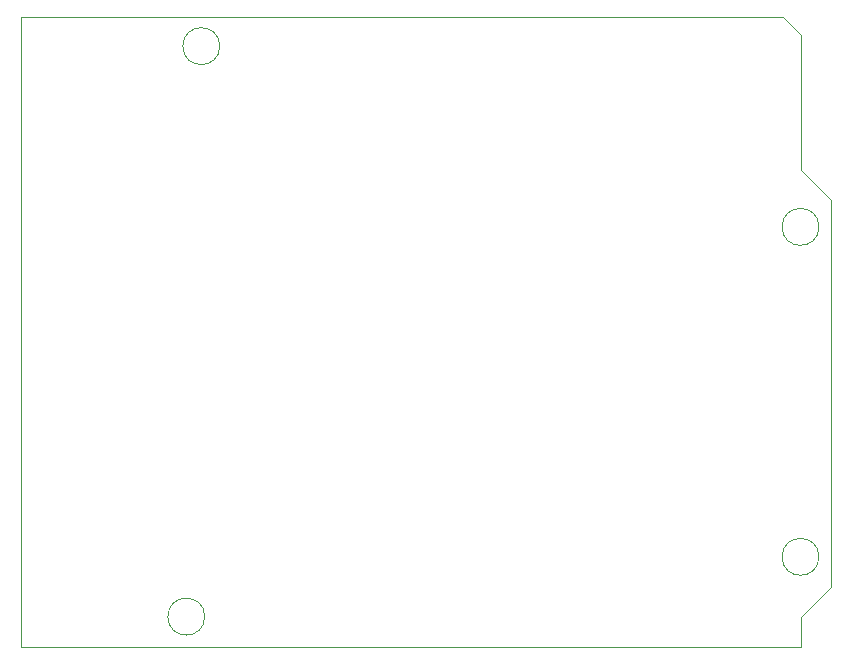
<source format=gbr>
%TF.GenerationSoftware,KiCad,Pcbnew,7.0.7*%
%TF.CreationDate,2024-06-03T14:36:37+02:00*%
%TF.ProjectId,control-board_v1,636f6e74-726f-46c2-9d62-6f6172645f76,rev?*%
%TF.SameCoordinates,Original*%
%TF.FileFunction,Profile,NP*%
%FSLAX46Y46*%
G04 Gerber Fmt 4.6, Leading zero omitted, Abs format (unit mm)*
G04 Created by KiCad (PCBNEW 7.0.7) date 2024-06-03 14:36:37*
%MOMM*%
%LPD*%
G01*
G04 APERTURE LIST*
%TA.AperFunction,Profile*%
%ADD10C,0.100000*%
%TD*%
G04 APERTURE END LIST*
D10*
X82890000Y-66090000D02*
X82890000Y-68630000D01*
X84418322Y-33090000D02*
G75*
G03*
X84418322Y-33090000I-1564161J0D01*
G01*
X32418322Y-66090000D02*
G75*
G03*
X32418322Y-66090000I-1564161J0D01*
G01*
X82890000Y-16820000D02*
X82890000Y-28240000D01*
X16850000Y-68630000D02*
X16850000Y-65450000D01*
X82890000Y-68630000D02*
X16850000Y-68630000D01*
X85430000Y-30790000D02*
X85430000Y-63550000D01*
X33690000Y-17790000D02*
G75*
G03*
X33690000Y-17790000I-1564161J0D01*
G01*
X16850000Y-15290000D02*
X81370000Y-15290000D01*
X81370000Y-15290000D02*
X82890000Y-16820000D01*
X84418322Y-61025839D02*
G75*
G03*
X84418322Y-61025839I-1564161J0D01*
G01*
X16850000Y-65450000D02*
X16850000Y-15290000D01*
X82890000Y-28240000D02*
X85430000Y-30790000D01*
X85430000Y-63550000D02*
X82890000Y-66090000D01*
M02*

</source>
